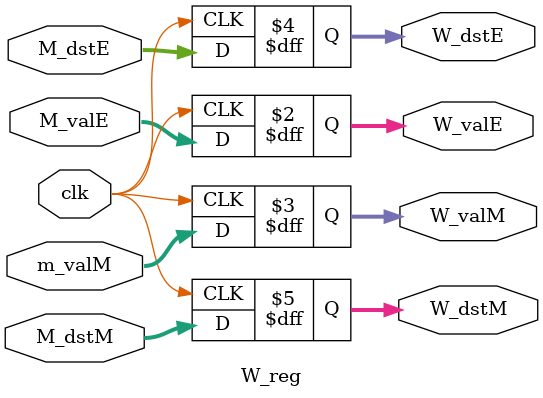
<source format=v>
`ifndef _W_reg
`define _W_reg

`include "../src/def.v"

module W_reg(
    output reg [31:0] W_valE,
    output reg [31:0] W_valM,
    output reg [4:0] W_dstE,
    output reg [4:0] W_dstM,
    input clk,
    input [31:0] M_valE,
    input [31:0] m_valM,
    input [4:0] M_dstE,
    input [4:0] M_dstM
);
    always @(posedge clk) begin
        W_valE = M_valE;
        W_valM = m_valM;
        W_dstE = M_dstE;
        W_dstM = M_dstM;
    end

endmodule

`endif
</source>
